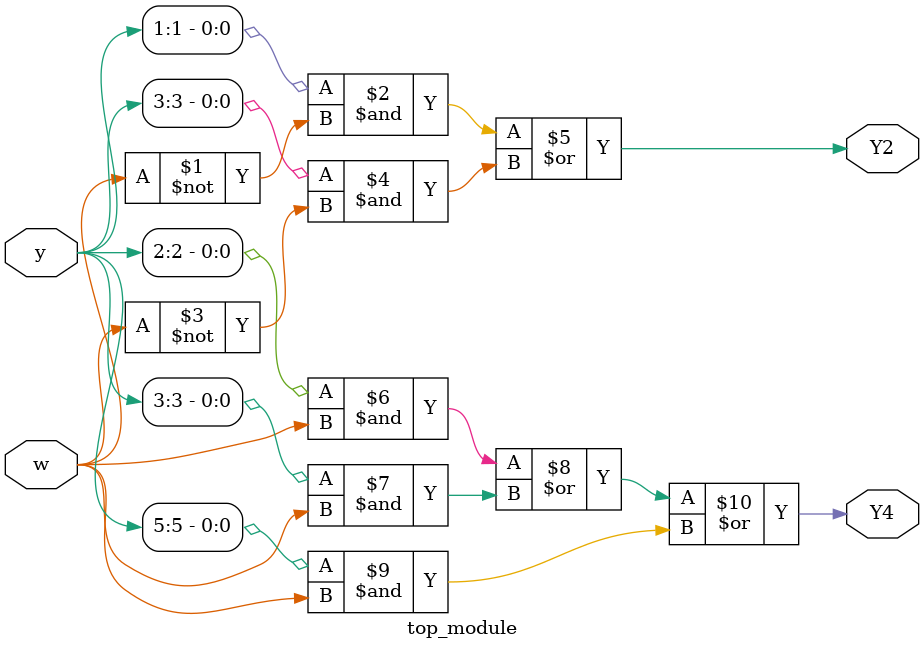
<source format=sv>
module top_module (
    input [6:1] y,
    input w,
    output Y2,
    output Y4
);

// Next-state logic for y[2] (state B)
assign Y2 = (y[1] & ~w) | (y[3] & ~w);

// Next-state logic for y[4] (state D)
assign Y4 = (y[2] & w) | (y[3] & w) | (y[5] & w);

endmodule

</source>
